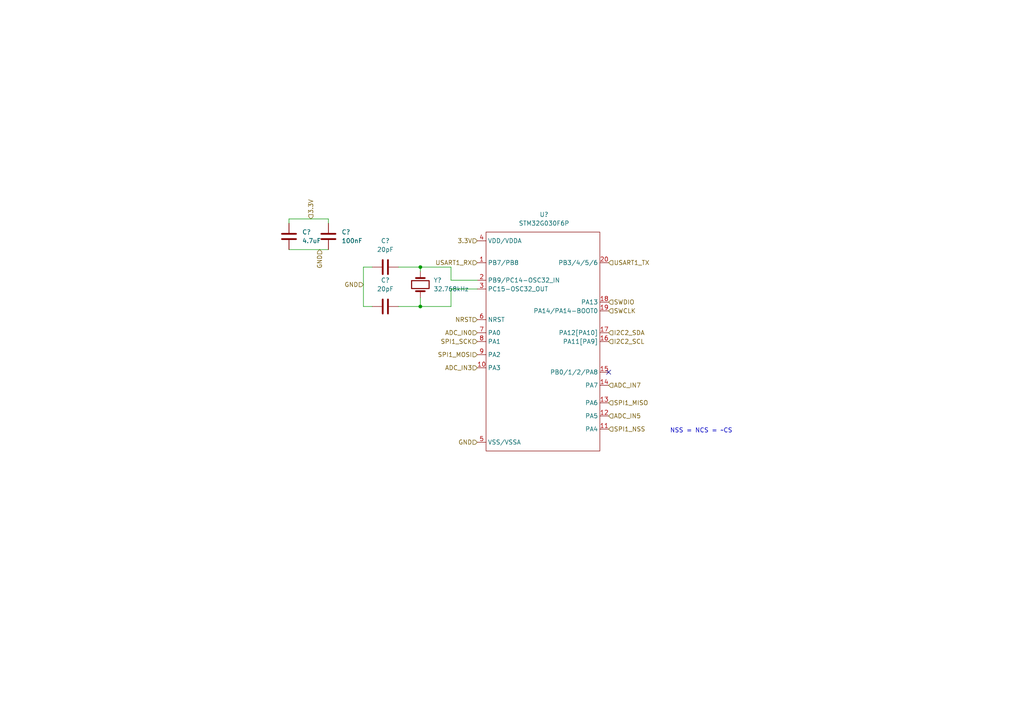
<source format=kicad_sch>
(kicad_sch (version 20211123) (generator eeschema)
  (paper "A4")
  (lib_symbols
    (symbol "Auto-Intern:STM32G030F6P"
      (property "Reference" "U" (at -1.27 57.15 0))
      (property "Value" "STM32G030F6P" (at -1.27 57.15 0))
      (symbol "STM32G030F6P_0_1"
        (rectangle (start -16.51 29.21) (end 16.51 -34.29))
      )
      (symbol "STM32G030F6P_1_1"
        (pin bidirectional line (at -19.05 20.32 0) (length 2.54) (name "PB7/PB8") (number "1"))
        (pin bidirectional line (at -19.05 -10.16 0) (length 2.54) (name "PA3") (number "10"))
        (pin bidirectional line (at 19.05 -27.94 180) (length 2.54) (name "PA4") (number "11"))
        (pin bidirectional line (at 19.05 -24.13 180) (length 2.54) (name "PA5") (number "12"))
        (pin bidirectional line (at 19.05 -20.32 180) (length 2.54) (name "PA6") (number "13"))
        (pin bidirectional line (at 19.05 -15.24 180) (length 2.54) (name "PA7") (number "14"))
        (pin bidirectional line (at 19.05 -11.43 180) (length 2.54) (name "PB0/1/2/PA8") (number "15"))
        (pin bidirectional line (at 19.05 -2.54 180) (length 2.54) (name "PA11[PA9]") (number "16"))
        (pin bidirectional line (at 19.05 0 180) (length 2.54) (name "PA12[PA10]") (number "17"))
        (pin bidirectional line (at 19.05 8.89 180) (length 2.54) (name "PA13") (number "18"))
        (pin bidirectional line (at 19.05 6.35 180) (length 2.54) (name "PA14/PA14-BOOT0") (number "19"))
        (pin input line (at -19.05 15.24 0) (length 2.54) (name "PB9/PC14-OSC32_IN") (number "2"))
        (pin bidirectional line (at 19.05 20.32 180) (length 2.54) (name "PB3/4/5/6") (number "20"))
        (pin output line (at -19.05 12.7 0) (length 2.54) (name "PC15-OSC32_OUT") (number "3"))
        (pin power_in line (at -19.05 26.67 0) (length 2.54) (name "VDD/VDDA") (number "4"))
        (pin power_in line (at -19.05 -31.75 0) (length 2.54) (name "VSS/VSSA") (number "5"))
        (pin input line (at -19.05 3.81 0) (length 2.54) (name "NRST") (number "6"))
        (pin bidirectional line (at -19.05 0 0) (length 2.54) (name "PA0") (number "7"))
        (pin bidirectional line (at -19.05 -2.54 0) (length 2.54) (name "PA1") (number "8"))
        (pin bidirectional line (at -19.05 -6.35 0) (length 2.54) (name "PA2") (number "9"))
      )
    )
    (symbol "Device:C" (pin_numbers hide) (pin_names (offset 0.254))
      (property "Reference" "C" (at 0.635 2.54 0))
      (property "Value" "C" (at 0.635 -2.54 0))
      (symbol "C_0_1"
        (polyline (pts (xy -2.032 -0.762) (xy 2.032 -0.762)) (stroke (width 0.508)))
        (polyline (pts (xy -2.032 0.762) (xy 2.032 0.762)) (stroke (width 0.508)))
      )
      (symbol "C_1_1"
        (pin passive line (at 0 3.81 270) (length 2.794) (name "~") (number "1"))
        (pin passive line (at 0 -3.81 90) (length 2.794) (name "~") (number "2"))
      )
    )
    (symbol "Device:Crystal" (pin_numbers hide) (pin_names (offset 1.016) hide)
      (property "Reference" "Y" (at 0 3.81 0))
      (property "Value" "Crystal" (at 0 -3.81 0))
      (symbol "Crystal_0_1"
        (rectangle (start -1.143 2.54) (end 1.143 -2.54) (stroke (width 0.3048)))
        (polyline (pts (xy -2.54 0) (xy -1.905 0)))
        (polyline (pts (xy -1.905 -1.27) (xy -1.905 1.27)) (stroke (width 0.508)))
        (polyline (pts (xy 1.905 -1.27) (xy 1.905 1.27)) (stroke (width 0.508)))
        (polyline (pts (xy 2.54 0) (xy 1.905 0)))
      )
      (symbol "Crystal_1_1"
        (pin passive line (at -3.81 0 0) (length 1.27) (name "1") (number "1"))
        (pin passive line (at 3.81 0 180) (length 1.27) (name "2") (number "2"))
      )
    )
  )
  (junction (at 121.92 88.9))
  (junction (at 121.92 77.47))
  (no_connect (at 176.53 107.95))
  (wire (pts (xy 83.82 63.5) (xy 83.82 64.77)))
  (wire (pts (xy 105.41 88.9) (xy 105.41 77.47)))
  (wire (pts (xy 115.57 77.47) (xy 121.92 77.47)))
  (wire (pts (xy 83.82 63.5) (xy 95.25 63.5)))
  (wire (pts (xy 130.81 77.47) (xy 121.92 77.47)))
  (wire (pts (xy 138.43 81.28) (xy 130.81 81.28)))
  (wire (pts (xy 115.57 88.9) (xy 121.92 88.9)))
  (wire (pts (xy 95.25 63.5) (xy 95.25 64.77)))
  (wire (pts (xy 121.92 88.9) (xy 121.92 86.36)))
  (wire (pts (xy 121.92 77.47) (xy 121.92 78.74)))
  (wire (pts (xy 83.82 72.39) (xy 95.25 72.39)))
  (wire (pts (xy 105.41 77.47) (xy 107.95 77.47)))
  (wire (pts (xy 130.81 83.82) (xy 138.43 83.82)))
  (wire (pts (xy 107.95 88.9) (xy 105.41 88.9)))
  (wire (pts (xy 130.81 81.28) (xy 130.81 77.47)))
  (wire (pts (xy 121.92 88.9) (xy 130.81 88.9)))
  (wire (pts (xy 130.81 88.9) (xy 130.81 83.82)))
  (text "NSS = NCS = ~CS" (at 194.31 125.73 0) (effects (font (size 1.27 1.27)) (justify left bottom)))
  (hierarchical_label "I2C2_SDA" (shape input) (at 176.53 96.52 0))
  (hierarchical_label "USART1_TX" (shape input) (at 176.53 76.2 0))
  (hierarchical_label "SPI1_MOSI" (shape input) (at 138.43 102.87 180))
  (hierarchical_label "GND" (shape input) (at 92.71 72.39 270))
  (hierarchical_label "ADC_IN5" (shape input) (at 176.53 120.65 0))
  (hierarchical_label "ADC_IN3" (shape input) (at 138.43 106.68 180))
  (hierarchical_label "GND" (shape input) (at 105.41 82.55 180))
  (hierarchical_label "SPI1_SCK" (shape input) (at 138.43 99.06 180))
  (hierarchical_label "SPI1_NSS" (shape input) (at 176.53 124.46 0))
  (hierarchical_label "3.3V" (shape input) (at 90.17 63.5 90))
  (hierarchical_label "SWCLK" (shape input) (at 176.53 90.17 0))
  (hierarchical_label "NRST" (shape input) (at 138.43 92.71 180))
  (hierarchical_label "USART1_RX" (shape input) (at 138.43 76.2 180))
  (hierarchical_label "ADC_IN7" (shape input) (at 176.53 111.76 0))
  (hierarchical_label "SWDIO" (shape input) (at 176.53 87.63 0))
  (hierarchical_label "I2C2_SCL" (shape input) (at 176.53 99.06 0))
  (hierarchical_label "3.3V" (shape input) (at 138.43 69.85 180))
  (hierarchical_label "ADC_IN0" (shape input) (at 138.43 96.52 180))
  (hierarchical_label "GND" (shape input) (at 138.43 128.27 180))
  (hierarchical_label "SPI1_MISO" (shape input) (at 176.53 116.84 0))
  (symbol (lib_id "Device:Crystal") (at 121.92 82.55 90) (unit 1)
    (property "Reference" "Y?" (at 125.73 81.2799 90) (effects (justify right)))
    (property "Value" "32.768kHz" (at 125.73 83.8199 90) (effects (justify right)))
    (property "Footprint" "Crystal:Crystal_SMD_MicroCrystal_CC5V-T1A-2Pin_4.1x1.5mm_HandSoldering" (effects hide))
    (property "MPN" "ABS06-32.768KHZ-9-1-T" (effects hide))
  )
  (symbol (lib_id "Device:C") (at 111.76 88.9 90) (unit 1)
    (property "Reference" "C?" (at 111.76 81.28 90))
    (property "Value" "20pF" (at 111.76 83.82 90))
    (property "Footprint" "Capacitor_SMD:C_0603_1608Metric_Pad1.08x0.95mm_HandSolder" (effects hide))
    (property "Spannung" "6.3V" (effects hide))
  )
  (symbol (lib_id "Device:C") (at 111.76 77.47 90) (unit 1)
    (property "Reference" "C?" (at 111.76 69.85 90))
    (property "Value" "20pF" (at 111.76 72.39 90))
    (property "Footprint" "Capacitor_SMD:C_0603_1608Metric_Pad1.08x0.95mm_HandSolder" (effects hide))
    (property "Spannung" "6.3V" (effects hide))
  )
  (symbol (lib_id "Device:C") (at 95.25 68.58 0) (unit 1)
    (property "Reference" "C?" (at 99.06 67.3099 0) (effects (justify left)))
    (property "Value" "100nF" (at 99.06 69.8499 0) (effects (justify left)))
    (property "Footprint" "Capacitor_SMD:C_0603_1608Metric_Pad1.08x0.95mm_HandSolder" (effects hide))
    (property "Spannung" "6.3V" (effects hide))
  )
  (symbol (lib_id "Device:C") (at 83.82 68.58 0) (unit 1)
    (property "Reference" "C?" (at 87.63 67.3099 0) (effects (justify left)))
    (property "Value" "4.7uF" (at 87.63 69.8499 0) (effects (justify left)))
    (property "Footprint" "Capacitor_SMD:C_0603_1608Metric_Pad1.08x0.95mm_HandSolder" (effects hide))
    (property "Spannung" "6.3V" (effects hide))
  )
  (symbol (lib_id "Auto-Intern:STM32G030F6P") (at 157.48 96.52 0) (unit 1)
    (property "Reference" "U?" (at 157.7975 62.23 0))
    (property "Value" "STM32G030F6P" (at 157.7975 64.77 0))
    (property "Footprint" "Package_SO:TSSOP-20_4.4x6.5mm_P0.65mm" (effects hide))
    (property "Datasheet" "https://www.st.com/resource/en/datasheet/stm32g030c6.pdf" (effects hide))
  )
)
</source>
